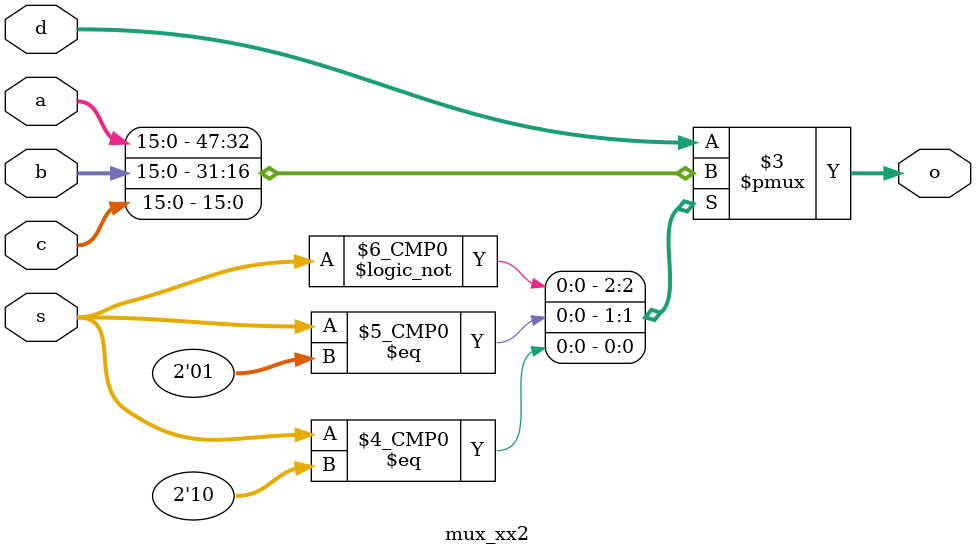
<source format=v>
`timescale 1ns / 1ps

module mux_xx2(a,b,c,d,s,o);
        
    input [1:0] s;
    input [15:0] a,b,c,d;
    output reg [15:0] o;
    
    always @(*) case(s)
        2'b00 : o = a;
        2'b01 : o = b;
        2'b10 : o = c;
        default : o = d;
    endcase
endmodule

</source>
